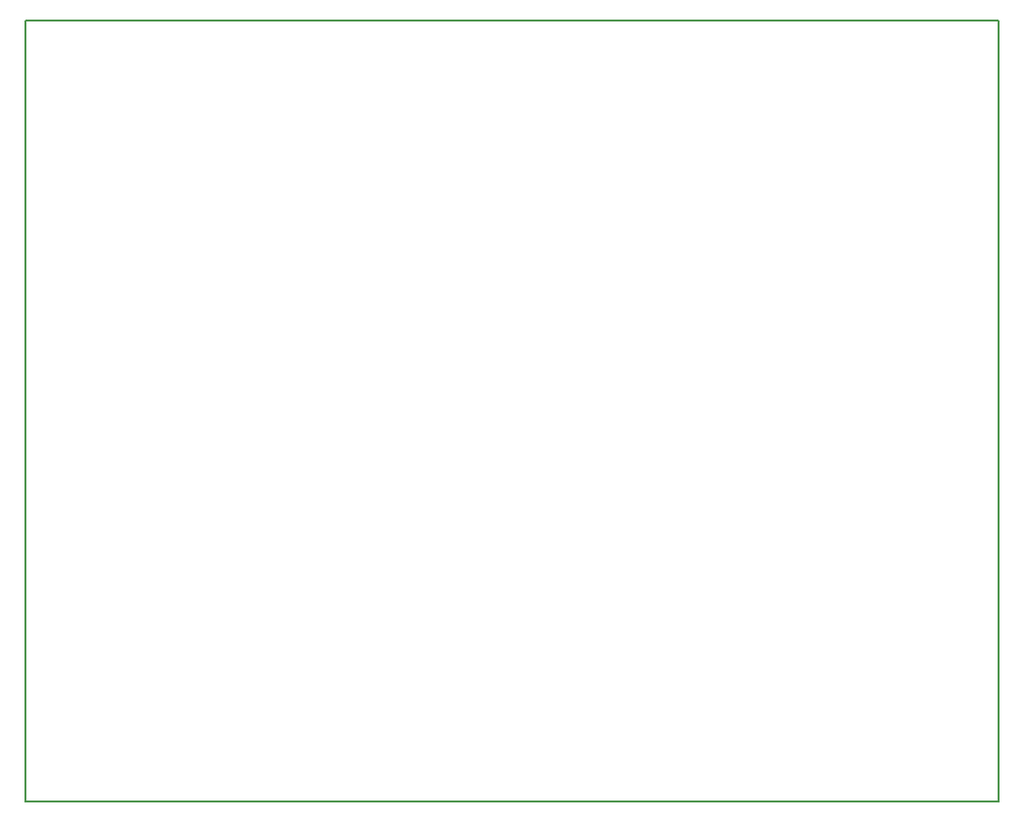
<source format=gbr>
G04 #@! TF.GenerationSoftware,KiCad,Pcbnew,(5.0.2)-1*
G04 #@! TF.CreationDate,2019-01-24T02:24:03-05:00*
G04 #@! TF.ProjectId,4x5macro,3478356d-6163-4726-9f2e-6b696361645f,rev?*
G04 #@! TF.SameCoordinates,Original*
G04 #@! TF.FileFunction,Profile,NP*
%FSLAX46Y46*%
G04 Gerber Fmt 4.6, Leading zero omitted, Abs format (unit mm)*
G04 Created by KiCad (PCBNEW (5.0.2)-1) date 1/24/2019 2:24:03 AM*
%MOMM*%
%LPD*%
G01*
G04 APERTURE LIST*
%ADD10C,0.150000*%
G04 APERTURE END LIST*
D10*
X26035000Y-85534500D02*
X26035000Y-17843500D01*
X110299500Y-85534500D02*
X26035000Y-85534500D01*
X110299500Y-17843500D02*
X110299500Y-85534500D01*
X26035000Y-17843500D02*
X110299500Y-17843500D01*
M02*

</source>
